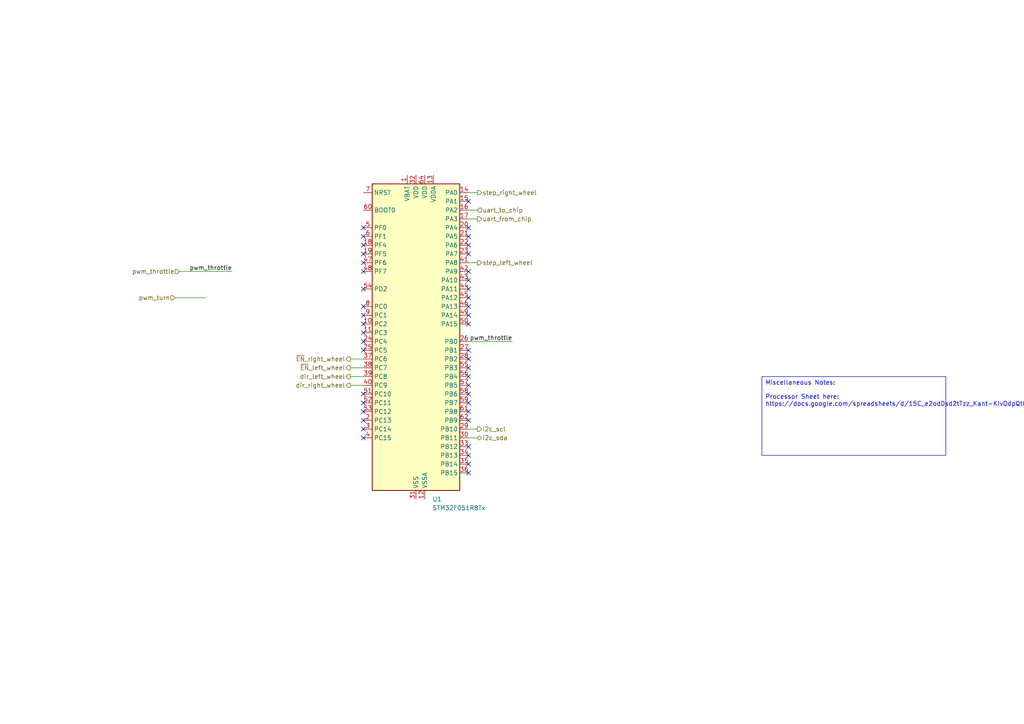
<source format=kicad_sch>
(kicad_sch (version 20230121) (generator eeschema)
  (paper "A4")
  (lib_symbols
    (symbol "MCU_ST_STM32F0:STM32F051R8Tx"
      (property "Reference" "U" (at -12.7 46.99 0))
      (property "Value" "STM32F051R8Tx" (at 7.62 46.99 0))
      (symbol "STM32F051R8Tx_0_1"
        (rectangle (start -12.7 -43.18) (end 12.7 45.72) (stroke (width 0.254)) (fill (type background)))
      )
      (symbol "STM32F051R8Tx_1_1"
        (pin power_in line (at -2.54 48.26 270) (length 2.54) (name "VBAT") (number "1"))
        (pin bidirectional line (at -15.24 5.08 0) (length 2.54) (name "PC2") (number "10"))
        (pin bidirectional line (at -15.24 2.54 0) (length 2.54) (name "PC3") (number "11"))
        (pin power_in line (at 2.54 -45.72 90) (length 2.54) (name "VSSA") (number "12"))
        (pin power_in line (at 5.08 48.26 270) (length 2.54) (name "VDDA") (number "13"))
        (pin bidirectional line (at 15.24 43.18 180) (length 2.54) (name "PA0") (number "14"))
        (pin bidirectional line (at 15.24 40.64 180) (length 2.54) (name "PA1") (number "15"))
        (pin bidirectional line (at 15.24 38.1 180) (length 2.54) (name "PA2") (number "16"))
        (pin bidirectional line (at 15.24 35.56 180) (length 2.54) (name "PA3") (number "17"))
        (pin bidirectional line (at -15.24 27.94 0) (length 2.54) (name "PF4") (number "18"))
        (pin bidirectional line (at -15.24 25.4 0) (length 2.54) (name "PF5") (number "19"))
        (pin bidirectional line (at -15.24 -22.86 0) (length 2.54) (name "PC13") (number "2"))
        (pin bidirectional line (at 15.24 33.02 180) (length 2.54) (name "PA4") (number "20"))
        (pin bidirectional line (at 15.24 30.48 180) (length 2.54) (name "PA5") (number "21"))
        (pin bidirectional line (at 15.24 27.94 180) (length 2.54) (name "PA6") (number "22"))
        (pin bidirectional line (at 15.24 25.4 180) (length 2.54) (name "PA7") (number "23"))
        (pin bidirectional line (at -15.24 0 0) (length 2.54) (name "PC4") (number "24"))
        (pin bidirectional line (at -15.24 -2.54 0) (length 2.54) (name "PC5") (number "25"))
        (pin bidirectional line (at 15.24 0 180) (length 2.54) (name "PB0") (number "26"))
        (pin bidirectional line (at 15.24 -2.54 180) (length 2.54) (name "PB1") (number "27"))
        (pin bidirectional line (at 15.24 -5.08 180) (length 2.54) (name "PB2") (number "28"))
        (pin bidirectional line (at 15.24 -25.4 180) (length 2.54) (name "PB10") (number "29"))
        (pin bidirectional line (at -15.24 -25.4 0) (length 2.54) (name "PC14") (number "3"))
        (pin bidirectional line (at 15.24 -27.94 180) (length 2.54) (name "PB11") (number "30"))
        (pin power_in line (at 0 -45.72 90) (length 2.54) (name "VSS") (number "31"))
        (pin power_in line (at 0 48.26 270) (length 2.54) (name "VDD") (number "32"))
        (pin bidirectional line (at 15.24 -30.48 180) (length 2.54) (name "PB12") (number "33"))
        (pin bidirectional line (at 15.24 -33.02 180) (length 2.54) (name "PB13") (number "34"))
        (pin bidirectional line (at 15.24 -35.56 180) (length 2.54) (name "PB14") (number "35"))
        (pin bidirectional line (at 15.24 -38.1 180) (length 2.54) (name "PB15") (number "36"))
        (pin bidirectional line (at -15.24 -5.08 0) (length 2.54) (name "PC6") (number "37"))
        (pin bidirectional line (at -15.24 -7.62 0) (length 2.54) (name "PC7") (number "38"))
        (pin bidirectional line (at -15.24 -10.16 0) (length 2.54) (name "PC8") (number "39"))
        (pin bidirectional line (at -15.24 -27.94 0) (length 2.54) (name "PC15") (number "4"))
        (pin bidirectional line (at -15.24 -12.7 0) (length 2.54) (name "PC9") (number "40"))
        (pin bidirectional line (at 15.24 22.86 180) (length 2.54) (name "PA8") (number "41"))
        (pin bidirectional line (at 15.24 20.32 180) (length 2.54) (name "PA9") (number "42"))
        (pin bidirectional line (at 15.24 17.78 180) (length 2.54) (name "PA10") (number "43"))
        (pin bidirectional line (at 15.24 15.24 180) (length 2.54) (name "PA11") (number "44"))
        (pin bidirectional line (at 15.24 12.7 180) (length 2.54) (name "PA12") (number "45"))
        (pin bidirectional line (at 15.24 10.16 180) (length 2.54) (name "PA13") (number "46"))
        (pin bidirectional line (at -15.24 22.86 0) (length 2.54) (name "PF6") (number "47"))
        (pin bidirectional line (at -15.24 20.32 0) (length 2.54) (name "PF7") (number "48"))
        (pin bidirectional line (at 15.24 7.62 180) (length 2.54) (name "PA14") (number "49"))
        (pin bidirectional line (at -15.24 33.02 0) (length 2.54) (name "PF0") (number "5"))
        (pin bidirectional line (at 15.24 5.08 180) (length 2.54) (name "PA15") (number "50"))
        (pin bidirectional line (at -15.24 -15.24 0) (length 2.54) (name "PC10") (number "51"))
        (pin bidirectional line (at -15.24 -17.78 0) (length 2.54) (name "PC11") (number "52"))
        (pin bidirectional line (at -15.24 -20.32 0) (length 2.54) (name "PC12") (number "53"))
        (pin bidirectional line (at -15.24 15.24 0) (length 2.54) (name "PD2") (number "54"))
        (pin bidirectional line (at 15.24 -7.62 180) (length 2.54) (name "PB3") (number "55"))
        (pin bidirectional line (at 15.24 -10.16 180) (length 2.54) (name "PB4") (number "56"))
        (pin bidirectional line (at 15.24 -12.7 180) (length 2.54) (name "PB5") (number "57"))
        (pin bidirectional line (at 15.24 -15.24 180) (length 2.54) (name "PB6") (number "58"))
        (pin bidirectional line (at 15.24 -17.78 180) (length 2.54) (name "PB7") (number "59"))
        (pin bidirectional line (at -15.24 30.48 0) (length 2.54) (name "PF1") (number "6"))
        (pin input line (at -15.24 38.1 0) (length 2.54) (name "BOOT0") (number "60"))
        (pin bidirectional line (at 15.24 -20.32 180) (length 2.54) (name "PB8") (number "61"))
        (pin bidirectional line (at 15.24 -22.86 180) (length 2.54) (name "PB9") (number "62"))
        (pin passive line (at 0 -45.72 90) (length 2.54) hide (name "VSS") (number "63"))
        (pin power_in line (at 2.54 48.26 270) (length 2.54) (name "VDD") (number "64"))
        (pin input line (at -15.24 43.18 0) (length 2.54) (name "NRST") (number "7"))
        (pin bidirectional line (at -15.24 10.16 0) (length 2.54) (name "PC0") (number "8"))
        (pin bidirectional line (at -15.24 7.62 0) (length 2.54) (name "PC1") (number "9"))
      )
    )
  )
  (no_connect (at 105.41 78.74))
  (no_connect (at 135.89 134.62))
  (no_connect (at 105.41 116.84))
  (no_connect (at 135.89 81.28))
  (no_connect (at 135.89 119.38))
  (no_connect (at 135.89 93.98))
  (no_connect (at 135.89 116.84))
  (no_connect (at 135.89 73.66))
  (no_connect (at 135.89 66.04))
  (no_connect (at 135.89 78.74))
  (no_connect (at 135.89 88.9))
  (no_connect (at 135.89 101.6))
  (no_connect (at 135.89 91.44))
  (no_connect (at 105.41 76.2))
  (no_connect (at 135.89 114.3))
  (no_connect (at 105.41 127))
  (no_connect (at 135.89 109.22))
  (no_connect (at 105.41 83.82))
  (no_connect (at 135.89 68.58))
  (no_connect (at 135.89 71.12))
  (no_connect (at 135.89 129.54))
  (no_connect (at 105.41 119.38))
  (no_connect (at 135.89 104.14))
  (no_connect (at 105.41 101.6))
  (no_connect (at 135.89 132.08))
  (no_connect (at 105.41 66.04))
  (no_connect (at 135.89 58.42))
  (no_connect (at 105.41 96.52))
  (no_connect (at 105.41 73.66))
  (no_connect (at 105.41 99.06))
  (no_connect (at 135.89 106.68))
  (no_connect (at 135.89 121.92))
  (no_connect (at 105.41 121.92))
  (no_connect (at 105.41 71.12))
  (no_connect (at 105.41 93.98))
  (no_connect (at 135.89 83.82))
  (no_connect (at 105.41 68.58))
  (no_connect (at 135.89 111.76))
  (no_connect (at 105.41 88.9))
  (no_connect (at 135.89 86.36))
  (no_connect (at 135.89 137.16))
  (no_connect (at 105.41 124.46))
  (no_connect (at 105.41 114.3))
  (no_connect (at 105.41 91.44))
  (wire (pts (xy 50.8 86.36) (xy 59.69 86.36)))
  (wire (pts (xy 101.6 109.22) (xy 105.41 109.22)))
  (wire (pts (xy 101.6 104.14) (xy 105.41 104.14)))
  (wire (pts (xy 135.89 63.5) (xy 138.43 63.5)))
  (wire (pts (xy 135.89 99.06) (xy 148.59 99.06)))
  (wire (pts (xy 138.43 76.2) (xy 135.89 76.2)))
  (wire (pts (xy 138.43 55.88) (xy 135.89 55.88)))
  (wire (pts (xy 101.6 106.68) (xy 105.41 106.68)))
  (wire (pts (xy 101.6 111.76) (xy 105.41 111.76)))
  (wire (pts (xy 52.07 78.74) (xy 67.31 78.74)))
  (wire (pts (xy 135.89 60.96) (xy 138.43 60.96)))
  (wire (pts (xy 135.89 127) (xy 138.43 127)))
  (wire (pts (xy 135.89 124.46) (xy 138.43 124.46)))
  (text_box "Miscellaneous Notes:\n\nProcessor Sheet here: https://docs.google.com/spreadsheets/d/15C_e2odDsd2tTzz_Kant-KIvOdpQtlPizt1aPqUOnQ0/edit?gid=616121450#gid=616121450" (at 220.98 109.22 0) (size 53.34 22.86) (effects (font (size 1.27 1.27)) (justify left top)))
  (label "pwm_throttle" (at 67.31 78.74 180))
  (label "pwm_throttle" (at 148.59 99.06 180))
  (hierarchical_label "pwm_throttle" (shape input) (at 52.07 78.74 180))
  (hierarchical_label "uart_from_chip" (shape output) (at 138.43 63.5 0))
  (hierarchical_label "i2c_sda" (shape bidirectional) (at 138.43 127 0))
  (hierarchical_label "~{EN}_right_wheel" (shape output) (at 101.6 104.14 180))
  (hierarchical_label "i2c_scl" (shape output) (at 138.43 124.46 0))
  (hierarchical_label "uart_to_chip" (shape input) (at 138.43 60.96 0))
  (hierarchical_label "step_left_wheel" (shape output) (at 138.43 76.2 0))
  (hierarchical_label "dir_right_wheel" (shape output) (at 101.6 111.76 180))
  (hierarchical_label "pwm_turn" (shape input) (at 50.8 86.36 180))
  (hierarchical_label "step_right_wheel" (shape output) (at 138.43 55.88 0))
  (hierarchical_label "~{EN}_left_wheel" (shape output) (at 101.6 106.68 180))
  (hierarchical_label "dir_left_wheel" (shape output) (at 101.6 109.22 180))
  (symbol (lib_id "MCU_ST_STM32F0:STM32F051R8Tx") (at 120.65 99.06 0) (unit 1)
    (property "Reference" "U1" (at 125.3841 144.78 0) (effects (justify left)))
    (property "Value" "STM32F051R8Tx" (at 125.3841 147.32 0) (effects (justify left)))
    (property "Footprint" "Package_QFP:LQFP-64_10x10mm_P0.5mm" (effects hide))
    (property "Datasheet" "https://www.st.com/resource/en/datasheet/stm32f051r8.pdf" (effects hide))
  )
)
</source>
